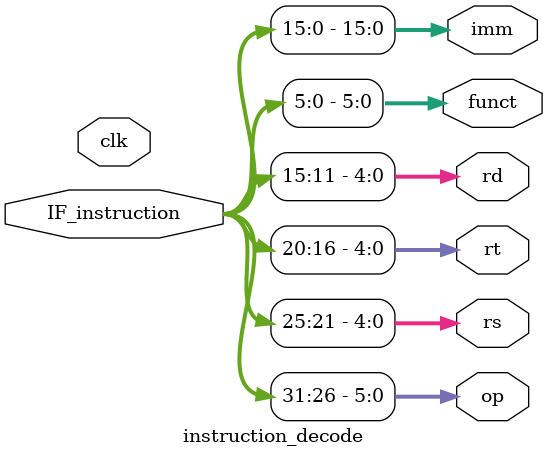
<source format=v>
module instruction_decode(input clk,input[31:0] IF_instruction, output[5:0] op, output[4:0] rs,output[4:0] rt,output [4:0] rd,output[5:0] funct,output [15:0] imm);
  
  //breaks the IF instruction into components(opcode,rs,rt,rd,function,immediate) according to indexing of bits
    assign op=IF_instruction[31:26];
    assign rs=IF_instruction[25:21];
    assign rt=IF_instruction[20:16];
    assign rd=IF_instruction[15:11];
    assign funct=IF_instruction[5:0];
    assign imm=IF_instruction[15:0];
    
        
endmodule
</source>
